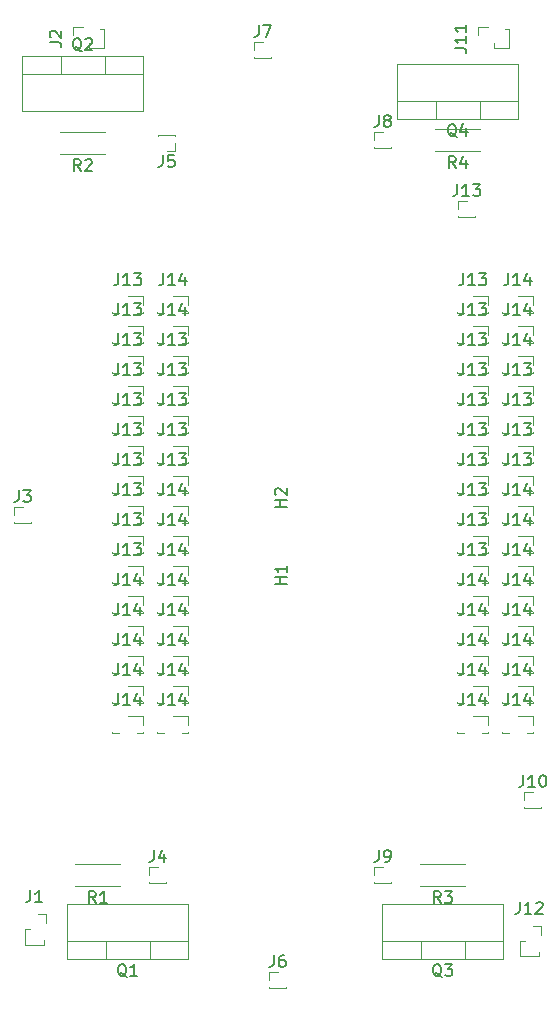
<source format=gbr>
%TF.GenerationSoftware,KiCad,Pcbnew,(5.1.10)-1*%
%TF.CreationDate,2021-10-03T01:52:34+02:00*%
%TF.ProjectId,no 1,6e6f2031-2e6b-4696-9361-645f70636258,rev?*%
%TF.SameCoordinates,Original*%
%TF.FileFunction,Legend,Top*%
%TF.FilePolarity,Positive*%
%FSLAX46Y46*%
G04 Gerber Fmt 4.6, Leading zero omitted, Abs format (unit mm)*
G04 Created by KiCad (PCBNEW (5.1.10)-1) date 2021-10-03 01:52:34*
%MOMM*%
%LPD*%
G01*
G04 APERTURE LIST*
%ADD10C,0.120000*%
%ADD11C,0.150000*%
G04 APERTURE END LIST*
D10*
%TO.C,R2*%
X198770000Y-75534000D02*
X194930000Y-75534000D01*
X198770000Y-77374000D02*
X194930000Y-77374000D01*
%TO.C,J5*%
X204657000Y-77139000D02*
X203962000Y-77139000D01*
X204657000Y-76454000D02*
X204657000Y-77139000D01*
X203353724Y-75769000D02*
X203267000Y-75769000D01*
X204657000Y-75769000D02*
X204570276Y-75769000D01*
X203267000Y-75769000D02*
X203267000Y-75894000D01*
X204657000Y-75769000D02*
X204657000Y-75894000D01*
X204657000Y-75769000D02*
X203267000Y-75769000D01*
%TO.C,J13*%
X228667000Y-81357000D02*
X229362000Y-81357000D01*
X228667000Y-82042000D02*
X228667000Y-81357000D01*
X229970276Y-82727000D02*
X230057000Y-82727000D01*
X228667000Y-82727000D02*
X228753724Y-82727000D01*
X230057000Y-82727000D02*
X230057000Y-82602000D01*
X228667000Y-82727000D02*
X228667000Y-82602000D01*
X228667000Y-82727000D02*
X230057000Y-82727000D01*
X200660000Y-94490000D02*
X201990000Y-94490000D01*
X201990000Y-94490000D02*
X201990000Y-95250000D01*
X201990000Y-95825000D02*
X201990000Y-95945000D01*
X199330000Y-95825000D02*
X199330000Y-95945000D01*
X201420000Y-95945000D02*
X201990000Y-95945000D01*
X199330000Y-95945000D02*
X199900000Y-95945000D01*
X204470000Y-94490000D02*
X205800000Y-94490000D01*
X205800000Y-94490000D02*
X205800000Y-95250000D01*
X205800000Y-95825000D02*
X205800000Y-95945000D01*
X203140000Y-95825000D02*
X203140000Y-95945000D01*
X205230000Y-95945000D02*
X205800000Y-95945000D01*
X203140000Y-95945000D02*
X203710000Y-95945000D01*
X200660000Y-97030000D02*
X201990000Y-97030000D01*
X201990000Y-97030000D02*
X201990000Y-97790000D01*
X201990000Y-98365000D02*
X201990000Y-98485000D01*
X199330000Y-98365000D02*
X199330000Y-98485000D01*
X201420000Y-98485000D02*
X201990000Y-98485000D01*
X199330000Y-98485000D02*
X199900000Y-98485000D01*
X204470000Y-97030000D02*
X205800000Y-97030000D01*
X205800000Y-97030000D02*
X205800000Y-97790000D01*
X205800000Y-98365000D02*
X205800000Y-98485000D01*
X203140000Y-98365000D02*
X203140000Y-98485000D01*
X205230000Y-98485000D02*
X205800000Y-98485000D01*
X203140000Y-98485000D02*
X203710000Y-98485000D01*
%TO.C,J14*%
X233680000Y-107190000D02*
X235010000Y-107190000D01*
X235010000Y-107190000D02*
X235010000Y-107950000D01*
X235010000Y-108525000D02*
X235010000Y-108645000D01*
X232350000Y-108525000D02*
X232350000Y-108645000D01*
X234440000Y-108645000D02*
X235010000Y-108645000D01*
X232350000Y-108645000D02*
X232920000Y-108645000D01*
X233680000Y-109730000D02*
X235010000Y-109730000D01*
X235010000Y-109730000D02*
X235010000Y-110490000D01*
X235010000Y-111065000D02*
X235010000Y-111185000D01*
X232350000Y-111065000D02*
X232350000Y-111185000D01*
X234440000Y-111185000D02*
X235010000Y-111185000D01*
X232350000Y-111185000D02*
X232920000Y-111185000D01*
X233680000Y-112270000D02*
X235010000Y-112270000D01*
X235010000Y-112270000D02*
X235010000Y-113030000D01*
X235010000Y-113605000D02*
X235010000Y-113725000D01*
X232350000Y-113605000D02*
X232350000Y-113725000D01*
X234440000Y-113725000D02*
X235010000Y-113725000D01*
X232350000Y-113725000D02*
X232920000Y-113725000D01*
X233680000Y-114810000D02*
X235010000Y-114810000D01*
X235010000Y-114810000D02*
X235010000Y-115570000D01*
X235010000Y-116145000D02*
X235010000Y-116265000D01*
X232350000Y-116145000D02*
X232350000Y-116265000D01*
X234440000Y-116265000D02*
X235010000Y-116265000D01*
X232350000Y-116265000D02*
X232920000Y-116265000D01*
X233680000Y-94490000D02*
X235010000Y-94490000D01*
X235010000Y-94490000D02*
X235010000Y-95250000D01*
X235010000Y-95825000D02*
X235010000Y-95945000D01*
X232350000Y-95825000D02*
X232350000Y-95945000D01*
X234440000Y-95945000D02*
X235010000Y-95945000D01*
X232350000Y-95945000D02*
X232920000Y-95945000D01*
X233680000Y-91950000D02*
X235010000Y-91950000D01*
X235010000Y-91950000D02*
X235010000Y-92710000D01*
X235010000Y-93285000D02*
X235010000Y-93405000D01*
X232350000Y-93285000D02*
X232350000Y-93405000D01*
X234440000Y-93405000D02*
X235010000Y-93405000D01*
X232350000Y-93405000D02*
X232920000Y-93405000D01*
X233680000Y-89410000D02*
X235010000Y-89410000D01*
X235010000Y-89410000D02*
X235010000Y-90170000D01*
X235010000Y-90745000D02*
X235010000Y-90865000D01*
X232350000Y-90745000D02*
X232350000Y-90865000D01*
X234440000Y-90865000D02*
X235010000Y-90865000D01*
X232350000Y-90865000D02*
X232920000Y-90865000D01*
X233680000Y-117350000D02*
X235010000Y-117350000D01*
X235010000Y-117350000D02*
X235010000Y-118110000D01*
X235010000Y-118685000D02*
X235010000Y-118805000D01*
X232350000Y-118685000D02*
X232350000Y-118805000D01*
X234440000Y-118805000D02*
X235010000Y-118805000D01*
X232350000Y-118805000D02*
X232920000Y-118805000D01*
X233680000Y-119890000D02*
X235010000Y-119890000D01*
X235010000Y-119890000D02*
X235010000Y-120650000D01*
X235010000Y-121225000D02*
X235010000Y-121345000D01*
X232350000Y-121225000D02*
X232350000Y-121345000D01*
X234440000Y-121345000D02*
X235010000Y-121345000D01*
X232350000Y-121345000D02*
X232920000Y-121345000D01*
X233680000Y-122430000D02*
X235010000Y-122430000D01*
X235010000Y-122430000D02*
X235010000Y-123190000D01*
X235010000Y-123765000D02*
X235010000Y-123885000D01*
X232350000Y-123765000D02*
X232350000Y-123885000D01*
X234440000Y-123885000D02*
X235010000Y-123885000D01*
X232350000Y-123885000D02*
X232920000Y-123885000D01*
X233680000Y-124970000D02*
X235010000Y-124970000D01*
X235010000Y-124970000D02*
X235010000Y-125730000D01*
X235010000Y-126305000D02*
X235010000Y-126425000D01*
X232350000Y-126305000D02*
X232350000Y-126425000D01*
X234440000Y-126425000D02*
X235010000Y-126425000D01*
X232350000Y-126425000D02*
X232920000Y-126425000D01*
X229870000Y-114810000D02*
X231200000Y-114810000D01*
X231200000Y-114810000D02*
X231200000Y-115570000D01*
X231200000Y-116145000D02*
X231200000Y-116265000D01*
X228540000Y-116145000D02*
X228540000Y-116265000D01*
X230630000Y-116265000D02*
X231200000Y-116265000D01*
X228540000Y-116265000D02*
X229110000Y-116265000D01*
X229870000Y-117350000D02*
X231200000Y-117350000D01*
X231200000Y-117350000D02*
X231200000Y-118110000D01*
X231200000Y-118685000D02*
X231200000Y-118805000D01*
X228540000Y-118685000D02*
X228540000Y-118805000D01*
X230630000Y-118805000D02*
X231200000Y-118805000D01*
X228540000Y-118805000D02*
X229110000Y-118805000D01*
X229870000Y-119890000D02*
X231200000Y-119890000D01*
X231200000Y-119890000D02*
X231200000Y-120650000D01*
X231200000Y-121225000D02*
X231200000Y-121345000D01*
X228540000Y-121225000D02*
X228540000Y-121345000D01*
X230630000Y-121345000D02*
X231200000Y-121345000D01*
X228540000Y-121345000D02*
X229110000Y-121345000D01*
X229870000Y-122430000D02*
X231200000Y-122430000D01*
X231200000Y-122430000D02*
X231200000Y-123190000D01*
X231200000Y-123765000D02*
X231200000Y-123885000D01*
X228540000Y-123765000D02*
X228540000Y-123885000D01*
X230630000Y-123885000D02*
X231200000Y-123885000D01*
X228540000Y-123885000D02*
X229110000Y-123885000D01*
X229870000Y-124970000D02*
X231200000Y-124970000D01*
X231200000Y-124970000D02*
X231200000Y-125730000D01*
X231200000Y-126305000D02*
X231200000Y-126425000D01*
X228540000Y-126305000D02*
X228540000Y-126425000D01*
X230630000Y-126425000D02*
X231200000Y-126425000D01*
X228540000Y-126425000D02*
X229110000Y-126425000D01*
X200660000Y-114810000D02*
X201990000Y-114810000D01*
X201990000Y-114810000D02*
X201990000Y-115570000D01*
X201990000Y-116145000D02*
X201990000Y-116265000D01*
X199330000Y-116145000D02*
X199330000Y-116265000D01*
X201420000Y-116265000D02*
X201990000Y-116265000D01*
X199330000Y-116265000D02*
X199900000Y-116265000D01*
X200660000Y-119890000D02*
X201990000Y-119890000D01*
X201990000Y-119890000D02*
X201990000Y-120650000D01*
X201990000Y-121225000D02*
X201990000Y-121345000D01*
X199330000Y-121225000D02*
X199330000Y-121345000D01*
X201420000Y-121345000D02*
X201990000Y-121345000D01*
X199330000Y-121345000D02*
X199900000Y-121345000D01*
X200660000Y-124970000D02*
X201990000Y-124970000D01*
X201990000Y-124970000D02*
X201990000Y-125730000D01*
X201990000Y-126305000D02*
X201990000Y-126425000D01*
X199330000Y-126305000D02*
X199330000Y-126425000D01*
X201420000Y-126425000D02*
X201990000Y-126425000D01*
X199330000Y-126425000D02*
X199900000Y-126425000D01*
X200660000Y-117350000D02*
X201990000Y-117350000D01*
X201990000Y-117350000D02*
X201990000Y-118110000D01*
X201990000Y-118685000D02*
X201990000Y-118805000D01*
X199330000Y-118685000D02*
X199330000Y-118805000D01*
X201420000Y-118805000D02*
X201990000Y-118805000D01*
X199330000Y-118805000D02*
X199900000Y-118805000D01*
X200660000Y-122430000D02*
X201990000Y-122430000D01*
X201990000Y-122430000D02*
X201990000Y-123190000D01*
X201990000Y-123765000D02*
X201990000Y-123885000D01*
X199330000Y-123765000D02*
X199330000Y-123885000D01*
X201420000Y-123885000D02*
X201990000Y-123885000D01*
X199330000Y-123885000D02*
X199900000Y-123885000D01*
X204470000Y-107190000D02*
X205800000Y-107190000D01*
X205800000Y-107190000D02*
X205800000Y-107950000D01*
X205800000Y-108525000D02*
X205800000Y-108645000D01*
X203140000Y-108525000D02*
X203140000Y-108645000D01*
X205230000Y-108645000D02*
X205800000Y-108645000D01*
X203140000Y-108645000D02*
X203710000Y-108645000D01*
X204470000Y-109730000D02*
X205800000Y-109730000D01*
X205800000Y-109730000D02*
X205800000Y-110490000D01*
X205800000Y-111065000D02*
X205800000Y-111185000D01*
X203140000Y-111065000D02*
X203140000Y-111185000D01*
X205230000Y-111185000D02*
X205800000Y-111185000D01*
X203140000Y-111185000D02*
X203710000Y-111185000D01*
X204470000Y-112270000D02*
X205800000Y-112270000D01*
X205800000Y-112270000D02*
X205800000Y-113030000D01*
X205800000Y-113605000D02*
X205800000Y-113725000D01*
X203140000Y-113605000D02*
X203140000Y-113725000D01*
X205230000Y-113725000D02*
X205800000Y-113725000D01*
X203140000Y-113725000D02*
X203710000Y-113725000D01*
X204470000Y-114810000D02*
X205800000Y-114810000D01*
X205800000Y-114810000D02*
X205800000Y-115570000D01*
X205800000Y-116145000D02*
X205800000Y-116265000D01*
X203140000Y-116145000D02*
X203140000Y-116265000D01*
X205230000Y-116265000D02*
X205800000Y-116265000D01*
X203140000Y-116265000D02*
X203710000Y-116265000D01*
X204470000Y-91950000D02*
X205800000Y-91950000D01*
X205800000Y-91950000D02*
X205800000Y-92710000D01*
X205800000Y-93285000D02*
X205800000Y-93405000D01*
X203140000Y-93285000D02*
X203140000Y-93405000D01*
X205230000Y-93405000D02*
X205800000Y-93405000D01*
X203140000Y-93405000D02*
X203710000Y-93405000D01*
X204470000Y-117350000D02*
X205800000Y-117350000D01*
X205800000Y-117350000D02*
X205800000Y-118110000D01*
X205800000Y-118685000D02*
X205800000Y-118805000D01*
X203140000Y-118685000D02*
X203140000Y-118805000D01*
X205230000Y-118805000D02*
X205800000Y-118805000D01*
X203140000Y-118805000D02*
X203710000Y-118805000D01*
X204470000Y-122430000D02*
X205800000Y-122430000D01*
X205800000Y-122430000D02*
X205800000Y-123190000D01*
X205800000Y-123765000D02*
X205800000Y-123885000D01*
X203140000Y-123765000D02*
X203140000Y-123885000D01*
X205230000Y-123885000D02*
X205800000Y-123885000D01*
X203140000Y-123885000D02*
X203710000Y-123885000D01*
X204470000Y-124970000D02*
X205800000Y-124970000D01*
X205800000Y-124970000D02*
X205800000Y-125730000D01*
X205800000Y-126305000D02*
X205800000Y-126425000D01*
X203140000Y-126305000D02*
X203140000Y-126425000D01*
X205230000Y-126425000D02*
X205800000Y-126425000D01*
X203140000Y-126425000D02*
X203710000Y-126425000D01*
X204470000Y-119890000D02*
X205800000Y-119890000D01*
X205800000Y-119890000D02*
X205800000Y-120650000D01*
X205800000Y-121225000D02*
X205800000Y-121345000D01*
X203140000Y-121225000D02*
X203140000Y-121345000D01*
X205230000Y-121345000D02*
X205800000Y-121345000D01*
X203140000Y-121345000D02*
X203710000Y-121345000D01*
X204470000Y-89410000D02*
X205800000Y-89410000D01*
X205800000Y-89410000D02*
X205800000Y-90170000D01*
X205800000Y-90745000D02*
X205800000Y-90865000D01*
X203140000Y-90745000D02*
X203140000Y-90865000D01*
X205230000Y-90865000D02*
X205800000Y-90865000D01*
X203140000Y-90865000D02*
X203710000Y-90865000D01*
%TO.C,J13*%
X229870000Y-99570000D02*
X231200000Y-99570000D01*
X231200000Y-99570000D02*
X231200000Y-100330000D01*
X231200000Y-100905000D02*
X231200000Y-101025000D01*
X228540000Y-100905000D02*
X228540000Y-101025000D01*
X230630000Y-101025000D02*
X231200000Y-101025000D01*
X228540000Y-101025000D02*
X229110000Y-101025000D01*
X229870000Y-102110000D02*
X231200000Y-102110000D01*
X231200000Y-102110000D02*
X231200000Y-102870000D01*
X231200000Y-103445000D02*
X231200000Y-103565000D01*
X228540000Y-103445000D02*
X228540000Y-103565000D01*
X230630000Y-103565000D02*
X231200000Y-103565000D01*
X228540000Y-103565000D02*
X229110000Y-103565000D01*
X229870000Y-104650000D02*
X231200000Y-104650000D01*
X231200000Y-104650000D02*
X231200000Y-105410000D01*
X231200000Y-105985000D02*
X231200000Y-106105000D01*
X228540000Y-105985000D02*
X228540000Y-106105000D01*
X230630000Y-106105000D02*
X231200000Y-106105000D01*
X228540000Y-106105000D02*
X229110000Y-106105000D01*
X229870000Y-94490000D02*
X231200000Y-94490000D01*
X231200000Y-94490000D02*
X231200000Y-95250000D01*
X231200000Y-95825000D02*
X231200000Y-95945000D01*
X228540000Y-95825000D02*
X228540000Y-95945000D01*
X230630000Y-95945000D02*
X231200000Y-95945000D01*
X228540000Y-95945000D02*
X229110000Y-95945000D01*
X229870000Y-91950000D02*
X231200000Y-91950000D01*
X231200000Y-91950000D02*
X231200000Y-92710000D01*
X231200000Y-93285000D02*
X231200000Y-93405000D01*
X228540000Y-93285000D02*
X228540000Y-93405000D01*
X230630000Y-93405000D02*
X231200000Y-93405000D01*
X228540000Y-93405000D02*
X229110000Y-93405000D01*
X229870000Y-89410000D02*
X231200000Y-89410000D01*
X231200000Y-89410000D02*
X231200000Y-90170000D01*
X231200000Y-90745000D02*
X231200000Y-90865000D01*
X228540000Y-90745000D02*
X228540000Y-90865000D01*
X230630000Y-90865000D02*
X231200000Y-90865000D01*
X228540000Y-90865000D02*
X229110000Y-90865000D01*
X229870000Y-107190000D02*
X231200000Y-107190000D01*
X231200000Y-107190000D02*
X231200000Y-107950000D01*
X231200000Y-108525000D02*
X231200000Y-108645000D01*
X228540000Y-108525000D02*
X228540000Y-108645000D01*
X230630000Y-108645000D02*
X231200000Y-108645000D01*
X228540000Y-108645000D02*
X229110000Y-108645000D01*
X229870000Y-109730000D02*
X231200000Y-109730000D01*
X231200000Y-109730000D02*
X231200000Y-110490000D01*
X231200000Y-111065000D02*
X231200000Y-111185000D01*
X228540000Y-111065000D02*
X228540000Y-111185000D01*
X230630000Y-111185000D02*
X231200000Y-111185000D01*
X228540000Y-111185000D02*
X229110000Y-111185000D01*
X229870000Y-112270000D02*
X231200000Y-112270000D01*
X231200000Y-112270000D02*
X231200000Y-113030000D01*
X231200000Y-113605000D02*
X231200000Y-113725000D01*
X228540000Y-113605000D02*
X228540000Y-113725000D01*
X230630000Y-113725000D02*
X231200000Y-113725000D01*
X228540000Y-113725000D02*
X229110000Y-113725000D01*
X200660000Y-99570000D02*
X201990000Y-99570000D01*
X201990000Y-99570000D02*
X201990000Y-100330000D01*
X201990000Y-100905000D02*
X201990000Y-101025000D01*
X199330000Y-100905000D02*
X199330000Y-101025000D01*
X201420000Y-101025000D02*
X201990000Y-101025000D01*
X199330000Y-101025000D02*
X199900000Y-101025000D01*
X200660000Y-104650000D02*
X201990000Y-104650000D01*
X201990000Y-104650000D02*
X201990000Y-105410000D01*
X201990000Y-105985000D02*
X201990000Y-106105000D01*
X199330000Y-105985000D02*
X199330000Y-106105000D01*
X201420000Y-106105000D02*
X201990000Y-106105000D01*
X199330000Y-106105000D02*
X199900000Y-106105000D01*
X200660000Y-102110000D02*
X201990000Y-102110000D01*
X201990000Y-102110000D02*
X201990000Y-102870000D01*
X201990000Y-103445000D02*
X201990000Y-103565000D01*
X199330000Y-103445000D02*
X199330000Y-103565000D01*
X201420000Y-103565000D02*
X201990000Y-103565000D01*
X199330000Y-103565000D02*
X199900000Y-103565000D01*
X200660000Y-89410000D02*
X201990000Y-89410000D01*
X201990000Y-89410000D02*
X201990000Y-90170000D01*
X201990000Y-90745000D02*
X201990000Y-90865000D01*
X199330000Y-90745000D02*
X199330000Y-90865000D01*
X201420000Y-90865000D02*
X201990000Y-90865000D01*
X199330000Y-90865000D02*
X199900000Y-90865000D01*
X200660000Y-91950000D02*
X201990000Y-91950000D01*
X201990000Y-91950000D02*
X201990000Y-92710000D01*
X201990000Y-93285000D02*
X201990000Y-93405000D01*
X199330000Y-93285000D02*
X199330000Y-93405000D01*
X201420000Y-93405000D02*
X201990000Y-93405000D01*
X199330000Y-93405000D02*
X199900000Y-93405000D01*
X200660000Y-109730000D02*
X201990000Y-109730000D01*
X201990000Y-109730000D02*
X201990000Y-110490000D01*
X201990000Y-111065000D02*
X201990000Y-111185000D01*
X199330000Y-111065000D02*
X199330000Y-111185000D01*
X201420000Y-111185000D02*
X201990000Y-111185000D01*
X199330000Y-111185000D02*
X199900000Y-111185000D01*
X200660000Y-112270000D02*
X201990000Y-112270000D01*
X201990000Y-112270000D02*
X201990000Y-113030000D01*
X201990000Y-113605000D02*
X201990000Y-113725000D01*
X199330000Y-113605000D02*
X199330000Y-113725000D01*
X201420000Y-113725000D02*
X201990000Y-113725000D01*
X199330000Y-113725000D02*
X199900000Y-113725000D01*
X200660000Y-107190000D02*
X201990000Y-107190000D01*
X201990000Y-107190000D02*
X201990000Y-107950000D01*
X201990000Y-108525000D02*
X201990000Y-108645000D01*
X199330000Y-108525000D02*
X199330000Y-108645000D01*
X201420000Y-108645000D02*
X201990000Y-108645000D01*
X199330000Y-108645000D02*
X199900000Y-108645000D01*
X229870000Y-97030000D02*
X231200000Y-97030000D01*
X231200000Y-97030000D02*
X231200000Y-97790000D01*
X231200000Y-98365000D02*
X231200000Y-98485000D01*
X228540000Y-98365000D02*
X228540000Y-98485000D01*
X230630000Y-98485000D02*
X231200000Y-98485000D01*
X228540000Y-98485000D02*
X229110000Y-98485000D01*
X233680000Y-97030000D02*
X235010000Y-97030000D01*
X235010000Y-97030000D02*
X235010000Y-97790000D01*
X235010000Y-98365000D02*
X235010000Y-98485000D01*
X232350000Y-98365000D02*
X232350000Y-98485000D01*
X234440000Y-98485000D02*
X235010000Y-98485000D01*
X232350000Y-98485000D02*
X232920000Y-98485000D01*
X233680000Y-99570000D02*
X235010000Y-99570000D01*
X235010000Y-99570000D02*
X235010000Y-100330000D01*
X235010000Y-100905000D02*
X235010000Y-101025000D01*
X232350000Y-100905000D02*
X232350000Y-101025000D01*
X234440000Y-101025000D02*
X235010000Y-101025000D01*
X232350000Y-101025000D02*
X232920000Y-101025000D01*
X233680000Y-102110000D02*
X235010000Y-102110000D01*
X235010000Y-102110000D02*
X235010000Y-102870000D01*
X235010000Y-103445000D02*
X235010000Y-103565000D01*
X232350000Y-103445000D02*
X232350000Y-103565000D01*
X234440000Y-103565000D02*
X235010000Y-103565000D01*
X232350000Y-103565000D02*
X232920000Y-103565000D01*
X233680000Y-104650000D02*
X235010000Y-104650000D01*
X235010000Y-104650000D02*
X235010000Y-105410000D01*
X235010000Y-105985000D02*
X235010000Y-106105000D01*
X232350000Y-105985000D02*
X232350000Y-106105000D01*
X234440000Y-106105000D02*
X235010000Y-106105000D01*
X232350000Y-106105000D02*
X232920000Y-106105000D01*
X204470000Y-99570000D02*
X205800000Y-99570000D01*
X205800000Y-99570000D02*
X205800000Y-100330000D01*
X205800000Y-100905000D02*
X205800000Y-101025000D01*
X203140000Y-100905000D02*
X203140000Y-101025000D01*
X205230000Y-101025000D02*
X205800000Y-101025000D01*
X203140000Y-101025000D02*
X203710000Y-101025000D01*
X204470000Y-102110000D02*
X205800000Y-102110000D01*
X205800000Y-102110000D02*
X205800000Y-102870000D01*
X205800000Y-103445000D02*
X205800000Y-103565000D01*
X203140000Y-103445000D02*
X203140000Y-103565000D01*
X205230000Y-103565000D02*
X205800000Y-103565000D01*
X203140000Y-103565000D02*
X203710000Y-103565000D01*
X204470000Y-104650000D02*
X205800000Y-104650000D01*
X205800000Y-104650000D02*
X205800000Y-105410000D01*
X205800000Y-105985000D02*
X205800000Y-106105000D01*
X203140000Y-105985000D02*
X203140000Y-106105000D01*
X205230000Y-106105000D02*
X205800000Y-106105000D01*
X203140000Y-106105000D02*
X203710000Y-106105000D01*
%TO.C,Q4*%
X233720000Y-74390000D02*
X223480000Y-74390000D01*
X233720000Y-69749000D02*
X223480000Y-69749000D01*
X233720000Y-74390000D02*
X233720000Y-69749000D01*
X223480000Y-74390000D02*
X223480000Y-69749000D01*
X233720000Y-72880000D02*
X223480000Y-72880000D01*
X230450000Y-74390000D02*
X230450000Y-72880000D01*
X226749000Y-74390000D02*
X226749000Y-72880000D01*
%TO.C,J1*%
X193040000Y-141700000D02*
X193725000Y-141700000D01*
X193725000Y-141700000D02*
X193725000Y-142510000D01*
X193560000Y-143955898D02*
X193560000Y-144320000D01*
X191940000Y-144320000D02*
X193560000Y-144320000D01*
X191940000Y-143010000D02*
X191940000Y-144320000D01*
X191940000Y-143010000D02*
X192355000Y-143010000D01*
%TO.C,J2*%
X197350000Y-68410000D02*
X197350000Y-67995000D01*
X197350000Y-68410000D02*
X198660000Y-68410000D01*
X198660000Y-68410000D02*
X198660000Y-66790000D01*
X198295898Y-66790000D02*
X198660000Y-66790000D01*
X196040000Y-66625000D02*
X196850000Y-66625000D01*
X196040000Y-67310000D02*
X196040000Y-66625000D01*
%TO.C,J3*%
X191075000Y-107265000D02*
X191770000Y-107265000D01*
X191075000Y-107950000D02*
X191075000Y-107265000D01*
X192378276Y-108635000D02*
X192465000Y-108635000D01*
X191075000Y-108635000D02*
X191161724Y-108635000D01*
X192465000Y-108635000D02*
X192465000Y-108510000D01*
X191075000Y-108635000D02*
X191075000Y-108510000D01*
X191075000Y-108635000D02*
X192465000Y-108635000D01*
%TO.C,J4*%
X202505000Y-137745000D02*
X203200000Y-137745000D01*
X202505000Y-138430000D02*
X202505000Y-137745000D01*
X203808276Y-139115000D02*
X203895000Y-139115000D01*
X202505000Y-139115000D02*
X202591724Y-139115000D01*
X203895000Y-139115000D02*
X203895000Y-138990000D01*
X202505000Y-139115000D02*
X202505000Y-138990000D01*
X202505000Y-139115000D02*
X203895000Y-139115000D01*
%TO.C,J6*%
X212665000Y-148005000D02*
X214055000Y-148005000D01*
X212665000Y-148005000D02*
X212665000Y-147880000D01*
X214055000Y-148005000D02*
X214055000Y-147880000D01*
X212665000Y-148005000D02*
X212751724Y-148005000D01*
X213968276Y-148005000D02*
X214055000Y-148005000D01*
X212665000Y-147320000D02*
X212665000Y-146635000D01*
X212665000Y-146635000D02*
X213360000Y-146635000D01*
%TO.C,J7*%
X211395000Y-67895000D02*
X212090000Y-67895000D01*
X211395000Y-68580000D02*
X211395000Y-67895000D01*
X212698276Y-69265000D02*
X212785000Y-69265000D01*
X211395000Y-69265000D02*
X211481724Y-69265000D01*
X212785000Y-69265000D02*
X212785000Y-69140000D01*
X211395000Y-69265000D02*
X211395000Y-69140000D01*
X211395000Y-69265000D02*
X212785000Y-69265000D01*
%TO.C,J8*%
X221555000Y-75515000D02*
X222250000Y-75515000D01*
X221555000Y-76200000D02*
X221555000Y-75515000D01*
X222858276Y-76885000D02*
X222945000Y-76885000D01*
X221555000Y-76885000D02*
X221641724Y-76885000D01*
X222945000Y-76885000D02*
X222945000Y-76760000D01*
X221555000Y-76885000D02*
X221555000Y-76760000D01*
X221555000Y-76885000D02*
X222945000Y-76885000D01*
%TO.C,J9*%
X221555000Y-139115000D02*
X222945000Y-139115000D01*
X221555000Y-139115000D02*
X221555000Y-138990000D01*
X222945000Y-139115000D02*
X222945000Y-138990000D01*
X221555000Y-139115000D02*
X221641724Y-139115000D01*
X222858276Y-139115000D02*
X222945000Y-139115000D01*
X221555000Y-138430000D02*
X221555000Y-137745000D01*
X221555000Y-137745000D02*
X222250000Y-137745000D01*
%TO.C,J10*%
X234255000Y-132765000D02*
X235645000Y-132765000D01*
X234255000Y-132765000D02*
X234255000Y-132640000D01*
X235645000Y-132765000D02*
X235645000Y-132640000D01*
X234255000Y-132765000D02*
X234341724Y-132765000D01*
X235558276Y-132765000D02*
X235645000Y-132765000D01*
X234255000Y-132080000D02*
X234255000Y-131395000D01*
X234255000Y-131395000D02*
X234950000Y-131395000D01*
%TO.C,J11*%
X230330000Y-67310000D02*
X230330000Y-66625000D01*
X230330000Y-66625000D02*
X231140000Y-66625000D01*
X232585898Y-66790000D02*
X232950000Y-66790000D01*
X232950000Y-68410000D02*
X232950000Y-66790000D01*
X231640000Y-68410000D02*
X232950000Y-68410000D01*
X231640000Y-68410000D02*
X231640000Y-67995000D01*
%TO.C,J12*%
X233850000Y-144010000D02*
X234265000Y-144010000D01*
X233850000Y-144010000D02*
X233850000Y-145320000D01*
X233850000Y-145320000D02*
X235470000Y-145320000D01*
X235470000Y-144955898D02*
X235470000Y-145320000D01*
X235635000Y-142700000D02*
X235635000Y-143510000D01*
X234950000Y-142700000D02*
X235635000Y-142700000D01*
%TO.C,Q1*%
X205780000Y-145510000D02*
X195540000Y-145510000D01*
X205780000Y-140869000D02*
X195540000Y-140869000D01*
X205780000Y-145510000D02*
X205780000Y-140869000D01*
X195540000Y-145510000D02*
X195540000Y-140869000D01*
X205780000Y-144000000D02*
X195540000Y-144000000D01*
X202510000Y-145510000D02*
X202510000Y-144000000D01*
X198809000Y-145510000D02*
X198809000Y-144000000D01*
%TO.C,Q2*%
X198701000Y-69120000D02*
X198701000Y-70630000D01*
X195000000Y-69120000D02*
X195000000Y-70630000D01*
X191730000Y-70630000D02*
X201970000Y-70630000D01*
X201970000Y-69120000D02*
X201970000Y-73761000D01*
X191730000Y-69120000D02*
X191730000Y-73761000D01*
X191730000Y-73761000D02*
X201970000Y-73761000D01*
X191730000Y-69120000D02*
X201970000Y-69120000D01*
%TO.C,Q3*%
X232450000Y-145510000D02*
X222210000Y-145510000D01*
X232450000Y-140869000D02*
X222210000Y-140869000D01*
X232450000Y-145510000D02*
X232450000Y-140869000D01*
X222210000Y-145510000D02*
X222210000Y-140869000D01*
X232450000Y-144000000D02*
X222210000Y-144000000D01*
X229180000Y-145510000D02*
X229180000Y-144000000D01*
X225479000Y-145510000D02*
X225479000Y-144000000D01*
%TO.C,R1*%
X200040000Y-137510000D02*
X196200000Y-137510000D01*
X200040000Y-139350000D02*
X196200000Y-139350000D01*
%TO.C,R3*%
X229250000Y-139350000D02*
X225410000Y-139350000D01*
X229250000Y-137510000D02*
X225410000Y-137510000D01*
%TO.C,R4*%
X230520000Y-75280000D02*
X226680000Y-75280000D01*
X230520000Y-77120000D02*
X226680000Y-77120000D01*
%TO.C,R2*%
D11*
X196683333Y-78826380D02*
X196350000Y-78350190D01*
X196111904Y-78826380D02*
X196111904Y-77826380D01*
X196492857Y-77826380D01*
X196588095Y-77874000D01*
X196635714Y-77921619D01*
X196683333Y-78016857D01*
X196683333Y-78159714D01*
X196635714Y-78254952D01*
X196588095Y-78302571D01*
X196492857Y-78350190D01*
X196111904Y-78350190D01*
X197064285Y-77921619D02*
X197111904Y-77874000D01*
X197207142Y-77826380D01*
X197445238Y-77826380D01*
X197540476Y-77874000D01*
X197588095Y-77921619D01*
X197635714Y-78016857D01*
X197635714Y-78112095D01*
X197588095Y-78254952D01*
X197016666Y-78826380D01*
X197635714Y-78826380D01*
%TO.C,J5*%
X203628666Y-77466380D02*
X203628666Y-78180666D01*
X203581047Y-78323523D01*
X203485809Y-78418761D01*
X203342952Y-78466380D01*
X203247714Y-78466380D01*
X204581047Y-77466380D02*
X204104857Y-77466380D01*
X204057238Y-77942571D01*
X204104857Y-77894952D01*
X204200095Y-77847333D01*
X204438190Y-77847333D01*
X204533428Y-77894952D01*
X204581047Y-77942571D01*
X204628666Y-78037809D01*
X204628666Y-78275904D01*
X204581047Y-78371142D01*
X204533428Y-78418761D01*
X204438190Y-78466380D01*
X204200095Y-78466380D01*
X204104857Y-78418761D01*
X204057238Y-78371142D01*
%TO.C,J13*%
X228552476Y-79934380D02*
X228552476Y-80648666D01*
X228504857Y-80791523D01*
X228409619Y-80886761D01*
X228266761Y-80934380D01*
X228171523Y-80934380D01*
X229552476Y-80934380D02*
X228981047Y-80934380D01*
X229266761Y-80934380D02*
X229266761Y-79934380D01*
X229171523Y-80077238D01*
X229076285Y-80172476D01*
X228981047Y-80220095D01*
X229885809Y-79934380D02*
X230504857Y-79934380D01*
X230171523Y-80315333D01*
X230314380Y-80315333D01*
X230409619Y-80362952D01*
X230457238Y-80410571D01*
X230504857Y-80505809D01*
X230504857Y-80743904D01*
X230457238Y-80839142D01*
X230409619Y-80886761D01*
X230314380Y-80934380D01*
X230028666Y-80934380D01*
X229933428Y-80886761D01*
X229885809Y-80839142D01*
%TO.C,H2*%
X214122380Y-107241904D02*
X213122380Y-107241904D01*
X213598571Y-107241904D02*
X213598571Y-106670476D01*
X214122380Y-106670476D02*
X213122380Y-106670476D01*
X213217619Y-106241904D02*
X213170000Y-106194285D01*
X213122380Y-106099047D01*
X213122380Y-105860952D01*
X213170000Y-105765714D01*
X213217619Y-105718095D01*
X213312857Y-105670476D01*
X213408095Y-105670476D01*
X213550952Y-105718095D01*
X214122380Y-106289523D01*
X214122380Y-105670476D01*
%TO.C,H1*%
X214122380Y-113791904D02*
X213122380Y-113791904D01*
X213598571Y-113791904D02*
X213598571Y-113220476D01*
X214122380Y-113220476D02*
X213122380Y-113220476D01*
X214122380Y-112220476D02*
X214122380Y-112791904D01*
X214122380Y-112506190D02*
X213122380Y-112506190D01*
X213265238Y-112601428D01*
X213360476Y-112696666D01*
X213408095Y-112791904D01*
%TO.C,J13*%
X199850476Y-92567380D02*
X199850476Y-93281666D01*
X199802857Y-93424523D01*
X199707619Y-93519761D01*
X199564761Y-93567380D01*
X199469523Y-93567380D01*
X200850476Y-93567380D02*
X200279047Y-93567380D01*
X200564761Y-93567380D02*
X200564761Y-92567380D01*
X200469523Y-92710238D01*
X200374285Y-92805476D01*
X200279047Y-92853095D01*
X201183809Y-92567380D02*
X201802857Y-92567380D01*
X201469523Y-92948333D01*
X201612380Y-92948333D01*
X201707619Y-92995952D01*
X201755238Y-93043571D01*
X201802857Y-93138809D01*
X201802857Y-93376904D01*
X201755238Y-93472142D01*
X201707619Y-93519761D01*
X201612380Y-93567380D01*
X201326666Y-93567380D01*
X201231428Y-93519761D01*
X201183809Y-93472142D01*
X203660476Y-92567380D02*
X203660476Y-93281666D01*
X203612857Y-93424523D01*
X203517619Y-93519761D01*
X203374761Y-93567380D01*
X203279523Y-93567380D01*
X204660476Y-93567380D02*
X204089047Y-93567380D01*
X204374761Y-93567380D02*
X204374761Y-92567380D01*
X204279523Y-92710238D01*
X204184285Y-92805476D01*
X204089047Y-92853095D01*
X204993809Y-92567380D02*
X205612857Y-92567380D01*
X205279523Y-92948333D01*
X205422380Y-92948333D01*
X205517619Y-92995952D01*
X205565238Y-93043571D01*
X205612857Y-93138809D01*
X205612857Y-93376904D01*
X205565238Y-93472142D01*
X205517619Y-93519761D01*
X205422380Y-93567380D01*
X205136666Y-93567380D01*
X205041428Y-93519761D01*
X204993809Y-93472142D01*
X199850476Y-95107380D02*
X199850476Y-95821666D01*
X199802857Y-95964523D01*
X199707619Y-96059761D01*
X199564761Y-96107380D01*
X199469523Y-96107380D01*
X200850476Y-96107380D02*
X200279047Y-96107380D01*
X200564761Y-96107380D02*
X200564761Y-95107380D01*
X200469523Y-95250238D01*
X200374285Y-95345476D01*
X200279047Y-95393095D01*
X201183809Y-95107380D02*
X201802857Y-95107380D01*
X201469523Y-95488333D01*
X201612380Y-95488333D01*
X201707619Y-95535952D01*
X201755238Y-95583571D01*
X201802857Y-95678809D01*
X201802857Y-95916904D01*
X201755238Y-96012142D01*
X201707619Y-96059761D01*
X201612380Y-96107380D01*
X201326666Y-96107380D01*
X201231428Y-96059761D01*
X201183809Y-96012142D01*
X203660476Y-95107380D02*
X203660476Y-95821666D01*
X203612857Y-95964523D01*
X203517619Y-96059761D01*
X203374761Y-96107380D01*
X203279523Y-96107380D01*
X204660476Y-96107380D02*
X204089047Y-96107380D01*
X204374761Y-96107380D02*
X204374761Y-95107380D01*
X204279523Y-95250238D01*
X204184285Y-95345476D01*
X204089047Y-95393095D01*
X204993809Y-95107380D02*
X205612857Y-95107380D01*
X205279523Y-95488333D01*
X205422380Y-95488333D01*
X205517619Y-95535952D01*
X205565238Y-95583571D01*
X205612857Y-95678809D01*
X205612857Y-95916904D01*
X205565238Y-96012142D01*
X205517619Y-96059761D01*
X205422380Y-96107380D01*
X205136666Y-96107380D01*
X205041428Y-96059761D01*
X204993809Y-96012142D01*
%TO.C,J14*%
X232870476Y-105267380D02*
X232870476Y-105981666D01*
X232822857Y-106124523D01*
X232727619Y-106219761D01*
X232584761Y-106267380D01*
X232489523Y-106267380D01*
X233870476Y-106267380D02*
X233299047Y-106267380D01*
X233584761Y-106267380D02*
X233584761Y-105267380D01*
X233489523Y-105410238D01*
X233394285Y-105505476D01*
X233299047Y-105553095D01*
X234727619Y-105600714D02*
X234727619Y-106267380D01*
X234489523Y-105219761D02*
X234251428Y-105934047D01*
X234870476Y-105934047D01*
X232870476Y-107807380D02*
X232870476Y-108521666D01*
X232822857Y-108664523D01*
X232727619Y-108759761D01*
X232584761Y-108807380D01*
X232489523Y-108807380D01*
X233870476Y-108807380D02*
X233299047Y-108807380D01*
X233584761Y-108807380D02*
X233584761Y-107807380D01*
X233489523Y-107950238D01*
X233394285Y-108045476D01*
X233299047Y-108093095D01*
X234727619Y-108140714D02*
X234727619Y-108807380D01*
X234489523Y-107759761D02*
X234251428Y-108474047D01*
X234870476Y-108474047D01*
X232870476Y-110347380D02*
X232870476Y-111061666D01*
X232822857Y-111204523D01*
X232727619Y-111299761D01*
X232584761Y-111347380D01*
X232489523Y-111347380D01*
X233870476Y-111347380D02*
X233299047Y-111347380D01*
X233584761Y-111347380D02*
X233584761Y-110347380D01*
X233489523Y-110490238D01*
X233394285Y-110585476D01*
X233299047Y-110633095D01*
X234727619Y-110680714D02*
X234727619Y-111347380D01*
X234489523Y-110299761D02*
X234251428Y-111014047D01*
X234870476Y-111014047D01*
X232870476Y-112887380D02*
X232870476Y-113601666D01*
X232822857Y-113744523D01*
X232727619Y-113839761D01*
X232584761Y-113887380D01*
X232489523Y-113887380D01*
X233870476Y-113887380D02*
X233299047Y-113887380D01*
X233584761Y-113887380D02*
X233584761Y-112887380D01*
X233489523Y-113030238D01*
X233394285Y-113125476D01*
X233299047Y-113173095D01*
X234727619Y-113220714D02*
X234727619Y-113887380D01*
X234489523Y-112839761D02*
X234251428Y-113554047D01*
X234870476Y-113554047D01*
X232870476Y-92567380D02*
X232870476Y-93281666D01*
X232822857Y-93424523D01*
X232727619Y-93519761D01*
X232584761Y-93567380D01*
X232489523Y-93567380D01*
X233870476Y-93567380D02*
X233299047Y-93567380D01*
X233584761Y-93567380D02*
X233584761Y-92567380D01*
X233489523Y-92710238D01*
X233394285Y-92805476D01*
X233299047Y-92853095D01*
X234727619Y-92900714D02*
X234727619Y-93567380D01*
X234489523Y-92519761D02*
X234251428Y-93234047D01*
X234870476Y-93234047D01*
X232870476Y-90027380D02*
X232870476Y-90741666D01*
X232822857Y-90884523D01*
X232727619Y-90979761D01*
X232584761Y-91027380D01*
X232489523Y-91027380D01*
X233870476Y-91027380D02*
X233299047Y-91027380D01*
X233584761Y-91027380D02*
X233584761Y-90027380D01*
X233489523Y-90170238D01*
X233394285Y-90265476D01*
X233299047Y-90313095D01*
X234727619Y-90360714D02*
X234727619Y-91027380D01*
X234489523Y-89979761D02*
X234251428Y-90694047D01*
X234870476Y-90694047D01*
X232870476Y-87487380D02*
X232870476Y-88201666D01*
X232822857Y-88344523D01*
X232727619Y-88439761D01*
X232584761Y-88487380D01*
X232489523Y-88487380D01*
X233870476Y-88487380D02*
X233299047Y-88487380D01*
X233584761Y-88487380D02*
X233584761Y-87487380D01*
X233489523Y-87630238D01*
X233394285Y-87725476D01*
X233299047Y-87773095D01*
X234727619Y-87820714D02*
X234727619Y-88487380D01*
X234489523Y-87439761D02*
X234251428Y-88154047D01*
X234870476Y-88154047D01*
X232870476Y-115427380D02*
X232870476Y-116141666D01*
X232822857Y-116284523D01*
X232727619Y-116379761D01*
X232584761Y-116427380D01*
X232489523Y-116427380D01*
X233870476Y-116427380D02*
X233299047Y-116427380D01*
X233584761Y-116427380D02*
X233584761Y-115427380D01*
X233489523Y-115570238D01*
X233394285Y-115665476D01*
X233299047Y-115713095D01*
X234727619Y-115760714D02*
X234727619Y-116427380D01*
X234489523Y-115379761D02*
X234251428Y-116094047D01*
X234870476Y-116094047D01*
X232870476Y-117967380D02*
X232870476Y-118681666D01*
X232822857Y-118824523D01*
X232727619Y-118919761D01*
X232584761Y-118967380D01*
X232489523Y-118967380D01*
X233870476Y-118967380D02*
X233299047Y-118967380D01*
X233584761Y-118967380D02*
X233584761Y-117967380D01*
X233489523Y-118110238D01*
X233394285Y-118205476D01*
X233299047Y-118253095D01*
X234727619Y-118300714D02*
X234727619Y-118967380D01*
X234489523Y-117919761D02*
X234251428Y-118634047D01*
X234870476Y-118634047D01*
X232870476Y-120507380D02*
X232870476Y-121221666D01*
X232822857Y-121364523D01*
X232727619Y-121459761D01*
X232584761Y-121507380D01*
X232489523Y-121507380D01*
X233870476Y-121507380D02*
X233299047Y-121507380D01*
X233584761Y-121507380D02*
X233584761Y-120507380D01*
X233489523Y-120650238D01*
X233394285Y-120745476D01*
X233299047Y-120793095D01*
X234727619Y-120840714D02*
X234727619Y-121507380D01*
X234489523Y-120459761D02*
X234251428Y-121174047D01*
X234870476Y-121174047D01*
X232870476Y-123047380D02*
X232870476Y-123761666D01*
X232822857Y-123904523D01*
X232727619Y-123999761D01*
X232584761Y-124047380D01*
X232489523Y-124047380D01*
X233870476Y-124047380D02*
X233299047Y-124047380D01*
X233584761Y-124047380D02*
X233584761Y-123047380D01*
X233489523Y-123190238D01*
X233394285Y-123285476D01*
X233299047Y-123333095D01*
X234727619Y-123380714D02*
X234727619Y-124047380D01*
X234489523Y-122999761D02*
X234251428Y-123714047D01*
X234870476Y-123714047D01*
X229060476Y-112887380D02*
X229060476Y-113601666D01*
X229012857Y-113744523D01*
X228917619Y-113839761D01*
X228774761Y-113887380D01*
X228679523Y-113887380D01*
X230060476Y-113887380D02*
X229489047Y-113887380D01*
X229774761Y-113887380D02*
X229774761Y-112887380D01*
X229679523Y-113030238D01*
X229584285Y-113125476D01*
X229489047Y-113173095D01*
X230917619Y-113220714D02*
X230917619Y-113887380D01*
X230679523Y-112839761D02*
X230441428Y-113554047D01*
X231060476Y-113554047D01*
X229060476Y-115427380D02*
X229060476Y-116141666D01*
X229012857Y-116284523D01*
X228917619Y-116379761D01*
X228774761Y-116427380D01*
X228679523Y-116427380D01*
X230060476Y-116427380D02*
X229489047Y-116427380D01*
X229774761Y-116427380D02*
X229774761Y-115427380D01*
X229679523Y-115570238D01*
X229584285Y-115665476D01*
X229489047Y-115713095D01*
X230917619Y-115760714D02*
X230917619Y-116427380D01*
X230679523Y-115379761D02*
X230441428Y-116094047D01*
X231060476Y-116094047D01*
X229060476Y-117967380D02*
X229060476Y-118681666D01*
X229012857Y-118824523D01*
X228917619Y-118919761D01*
X228774761Y-118967380D01*
X228679523Y-118967380D01*
X230060476Y-118967380D02*
X229489047Y-118967380D01*
X229774761Y-118967380D02*
X229774761Y-117967380D01*
X229679523Y-118110238D01*
X229584285Y-118205476D01*
X229489047Y-118253095D01*
X230917619Y-118300714D02*
X230917619Y-118967380D01*
X230679523Y-117919761D02*
X230441428Y-118634047D01*
X231060476Y-118634047D01*
X229060476Y-120507380D02*
X229060476Y-121221666D01*
X229012857Y-121364523D01*
X228917619Y-121459761D01*
X228774761Y-121507380D01*
X228679523Y-121507380D01*
X230060476Y-121507380D02*
X229489047Y-121507380D01*
X229774761Y-121507380D02*
X229774761Y-120507380D01*
X229679523Y-120650238D01*
X229584285Y-120745476D01*
X229489047Y-120793095D01*
X230917619Y-120840714D02*
X230917619Y-121507380D01*
X230679523Y-120459761D02*
X230441428Y-121174047D01*
X231060476Y-121174047D01*
X229060476Y-123047380D02*
X229060476Y-123761666D01*
X229012857Y-123904523D01*
X228917619Y-123999761D01*
X228774761Y-124047380D01*
X228679523Y-124047380D01*
X230060476Y-124047380D02*
X229489047Y-124047380D01*
X229774761Y-124047380D02*
X229774761Y-123047380D01*
X229679523Y-123190238D01*
X229584285Y-123285476D01*
X229489047Y-123333095D01*
X230917619Y-123380714D02*
X230917619Y-124047380D01*
X230679523Y-122999761D02*
X230441428Y-123714047D01*
X231060476Y-123714047D01*
X199850476Y-112887380D02*
X199850476Y-113601666D01*
X199802857Y-113744523D01*
X199707619Y-113839761D01*
X199564761Y-113887380D01*
X199469523Y-113887380D01*
X200850476Y-113887380D02*
X200279047Y-113887380D01*
X200564761Y-113887380D02*
X200564761Y-112887380D01*
X200469523Y-113030238D01*
X200374285Y-113125476D01*
X200279047Y-113173095D01*
X201707619Y-113220714D02*
X201707619Y-113887380D01*
X201469523Y-112839761D02*
X201231428Y-113554047D01*
X201850476Y-113554047D01*
X199850476Y-117967380D02*
X199850476Y-118681666D01*
X199802857Y-118824523D01*
X199707619Y-118919761D01*
X199564761Y-118967380D01*
X199469523Y-118967380D01*
X200850476Y-118967380D02*
X200279047Y-118967380D01*
X200564761Y-118967380D02*
X200564761Y-117967380D01*
X200469523Y-118110238D01*
X200374285Y-118205476D01*
X200279047Y-118253095D01*
X201707619Y-118300714D02*
X201707619Y-118967380D01*
X201469523Y-117919761D02*
X201231428Y-118634047D01*
X201850476Y-118634047D01*
X199850476Y-123047380D02*
X199850476Y-123761666D01*
X199802857Y-123904523D01*
X199707619Y-123999761D01*
X199564761Y-124047380D01*
X199469523Y-124047380D01*
X200850476Y-124047380D02*
X200279047Y-124047380D01*
X200564761Y-124047380D02*
X200564761Y-123047380D01*
X200469523Y-123190238D01*
X200374285Y-123285476D01*
X200279047Y-123333095D01*
X201707619Y-123380714D02*
X201707619Y-124047380D01*
X201469523Y-122999761D02*
X201231428Y-123714047D01*
X201850476Y-123714047D01*
X199850476Y-115427380D02*
X199850476Y-116141666D01*
X199802857Y-116284523D01*
X199707619Y-116379761D01*
X199564761Y-116427380D01*
X199469523Y-116427380D01*
X200850476Y-116427380D02*
X200279047Y-116427380D01*
X200564761Y-116427380D02*
X200564761Y-115427380D01*
X200469523Y-115570238D01*
X200374285Y-115665476D01*
X200279047Y-115713095D01*
X201707619Y-115760714D02*
X201707619Y-116427380D01*
X201469523Y-115379761D02*
X201231428Y-116094047D01*
X201850476Y-116094047D01*
X199850476Y-120507380D02*
X199850476Y-121221666D01*
X199802857Y-121364523D01*
X199707619Y-121459761D01*
X199564761Y-121507380D01*
X199469523Y-121507380D01*
X200850476Y-121507380D02*
X200279047Y-121507380D01*
X200564761Y-121507380D02*
X200564761Y-120507380D01*
X200469523Y-120650238D01*
X200374285Y-120745476D01*
X200279047Y-120793095D01*
X201707619Y-120840714D02*
X201707619Y-121507380D01*
X201469523Y-120459761D02*
X201231428Y-121174047D01*
X201850476Y-121174047D01*
X203660476Y-105267380D02*
X203660476Y-105981666D01*
X203612857Y-106124523D01*
X203517619Y-106219761D01*
X203374761Y-106267380D01*
X203279523Y-106267380D01*
X204660476Y-106267380D02*
X204089047Y-106267380D01*
X204374761Y-106267380D02*
X204374761Y-105267380D01*
X204279523Y-105410238D01*
X204184285Y-105505476D01*
X204089047Y-105553095D01*
X205517619Y-105600714D02*
X205517619Y-106267380D01*
X205279523Y-105219761D02*
X205041428Y-105934047D01*
X205660476Y-105934047D01*
X203660476Y-107807380D02*
X203660476Y-108521666D01*
X203612857Y-108664523D01*
X203517619Y-108759761D01*
X203374761Y-108807380D01*
X203279523Y-108807380D01*
X204660476Y-108807380D02*
X204089047Y-108807380D01*
X204374761Y-108807380D02*
X204374761Y-107807380D01*
X204279523Y-107950238D01*
X204184285Y-108045476D01*
X204089047Y-108093095D01*
X205517619Y-108140714D02*
X205517619Y-108807380D01*
X205279523Y-107759761D02*
X205041428Y-108474047D01*
X205660476Y-108474047D01*
X203660476Y-110347380D02*
X203660476Y-111061666D01*
X203612857Y-111204523D01*
X203517619Y-111299761D01*
X203374761Y-111347380D01*
X203279523Y-111347380D01*
X204660476Y-111347380D02*
X204089047Y-111347380D01*
X204374761Y-111347380D02*
X204374761Y-110347380D01*
X204279523Y-110490238D01*
X204184285Y-110585476D01*
X204089047Y-110633095D01*
X205517619Y-110680714D02*
X205517619Y-111347380D01*
X205279523Y-110299761D02*
X205041428Y-111014047D01*
X205660476Y-111014047D01*
X203660476Y-112887380D02*
X203660476Y-113601666D01*
X203612857Y-113744523D01*
X203517619Y-113839761D01*
X203374761Y-113887380D01*
X203279523Y-113887380D01*
X204660476Y-113887380D02*
X204089047Y-113887380D01*
X204374761Y-113887380D02*
X204374761Y-112887380D01*
X204279523Y-113030238D01*
X204184285Y-113125476D01*
X204089047Y-113173095D01*
X205517619Y-113220714D02*
X205517619Y-113887380D01*
X205279523Y-112839761D02*
X205041428Y-113554047D01*
X205660476Y-113554047D01*
X203660476Y-90027380D02*
X203660476Y-90741666D01*
X203612857Y-90884523D01*
X203517619Y-90979761D01*
X203374761Y-91027380D01*
X203279523Y-91027380D01*
X204660476Y-91027380D02*
X204089047Y-91027380D01*
X204374761Y-91027380D02*
X204374761Y-90027380D01*
X204279523Y-90170238D01*
X204184285Y-90265476D01*
X204089047Y-90313095D01*
X205517619Y-90360714D02*
X205517619Y-91027380D01*
X205279523Y-89979761D02*
X205041428Y-90694047D01*
X205660476Y-90694047D01*
X203660476Y-115427380D02*
X203660476Y-116141666D01*
X203612857Y-116284523D01*
X203517619Y-116379761D01*
X203374761Y-116427380D01*
X203279523Y-116427380D01*
X204660476Y-116427380D02*
X204089047Y-116427380D01*
X204374761Y-116427380D02*
X204374761Y-115427380D01*
X204279523Y-115570238D01*
X204184285Y-115665476D01*
X204089047Y-115713095D01*
X205517619Y-115760714D02*
X205517619Y-116427380D01*
X205279523Y-115379761D02*
X205041428Y-116094047D01*
X205660476Y-116094047D01*
X203660476Y-120507380D02*
X203660476Y-121221666D01*
X203612857Y-121364523D01*
X203517619Y-121459761D01*
X203374761Y-121507380D01*
X203279523Y-121507380D01*
X204660476Y-121507380D02*
X204089047Y-121507380D01*
X204374761Y-121507380D02*
X204374761Y-120507380D01*
X204279523Y-120650238D01*
X204184285Y-120745476D01*
X204089047Y-120793095D01*
X205517619Y-120840714D02*
X205517619Y-121507380D01*
X205279523Y-120459761D02*
X205041428Y-121174047D01*
X205660476Y-121174047D01*
X203660476Y-123047380D02*
X203660476Y-123761666D01*
X203612857Y-123904523D01*
X203517619Y-123999761D01*
X203374761Y-124047380D01*
X203279523Y-124047380D01*
X204660476Y-124047380D02*
X204089047Y-124047380D01*
X204374761Y-124047380D02*
X204374761Y-123047380D01*
X204279523Y-123190238D01*
X204184285Y-123285476D01*
X204089047Y-123333095D01*
X205517619Y-123380714D02*
X205517619Y-124047380D01*
X205279523Y-122999761D02*
X205041428Y-123714047D01*
X205660476Y-123714047D01*
X203660476Y-117967380D02*
X203660476Y-118681666D01*
X203612857Y-118824523D01*
X203517619Y-118919761D01*
X203374761Y-118967380D01*
X203279523Y-118967380D01*
X204660476Y-118967380D02*
X204089047Y-118967380D01*
X204374761Y-118967380D02*
X204374761Y-117967380D01*
X204279523Y-118110238D01*
X204184285Y-118205476D01*
X204089047Y-118253095D01*
X205517619Y-118300714D02*
X205517619Y-118967380D01*
X205279523Y-117919761D02*
X205041428Y-118634047D01*
X205660476Y-118634047D01*
X203660476Y-87487380D02*
X203660476Y-88201666D01*
X203612857Y-88344523D01*
X203517619Y-88439761D01*
X203374761Y-88487380D01*
X203279523Y-88487380D01*
X204660476Y-88487380D02*
X204089047Y-88487380D01*
X204374761Y-88487380D02*
X204374761Y-87487380D01*
X204279523Y-87630238D01*
X204184285Y-87725476D01*
X204089047Y-87773095D01*
X205517619Y-87820714D02*
X205517619Y-88487380D01*
X205279523Y-87439761D02*
X205041428Y-88154047D01*
X205660476Y-88154047D01*
%TO.C,J13*%
X229060476Y-97647380D02*
X229060476Y-98361666D01*
X229012857Y-98504523D01*
X228917619Y-98599761D01*
X228774761Y-98647380D01*
X228679523Y-98647380D01*
X230060476Y-98647380D02*
X229489047Y-98647380D01*
X229774761Y-98647380D02*
X229774761Y-97647380D01*
X229679523Y-97790238D01*
X229584285Y-97885476D01*
X229489047Y-97933095D01*
X230393809Y-97647380D02*
X231012857Y-97647380D01*
X230679523Y-98028333D01*
X230822380Y-98028333D01*
X230917619Y-98075952D01*
X230965238Y-98123571D01*
X231012857Y-98218809D01*
X231012857Y-98456904D01*
X230965238Y-98552142D01*
X230917619Y-98599761D01*
X230822380Y-98647380D01*
X230536666Y-98647380D01*
X230441428Y-98599761D01*
X230393809Y-98552142D01*
X229060476Y-100187380D02*
X229060476Y-100901666D01*
X229012857Y-101044523D01*
X228917619Y-101139761D01*
X228774761Y-101187380D01*
X228679523Y-101187380D01*
X230060476Y-101187380D02*
X229489047Y-101187380D01*
X229774761Y-101187380D02*
X229774761Y-100187380D01*
X229679523Y-100330238D01*
X229584285Y-100425476D01*
X229489047Y-100473095D01*
X230393809Y-100187380D02*
X231012857Y-100187380D01*
X230679523Y-100568333D01*
X230822380Y-100568333D01*
X230917619Y-100615952D01*
X230965238Y-100663571D01*
X231012857Y-100758809D01*
X231012857Y-100996904D01*
X230965238Y-101092142D01*
X230917619Y-101139761D01*
X230822380Y-101187380D01*
X230536666Y-101187380D01*
X230441428Y-101139761D01*
X230393809Y-101092142D01*
X229060476Y-102727380D02*
X229060476Y-103441666D01*
X229012857Y-103584523D01*
X228917619Y-103679761D01*
X228774761Y-103727380D01*
X228679523Y-103727380D01*
X230060476Y-103727380D02*
X229489047Y-103727380D01*
X229774761Y-103727380D02*
X229774761Y-102727380D01*
X229679523Y-102870238D01*
X229584285Y-102965476D01*
X229489047Y-103013095D01*
X230393809Y-102727380D02*
X231012857Y-102727380D01*
X230679523Y-103108333D01*
X230822380Y-103108333D01*
X230917619Y-103155952D01*
X230965238Y-103203571D01*
X231012857Y-103298809D01*
X231012857Y-103536904D01*
X230965238Y-103632142D01*
X230917619Y-103679761D01*
X230822380Y-103727380D01*
X230536666Y-103727380D01*
X230441428Y-103679761D01*
X230393809Y-103632142D01*
X229060476Y-92567380D02*
X229060476Y-93281666D01*
X229012857Y-93424523D01*
X228917619Y-93519761D01*
X228774761Y-93567380D01*
X228679523Y-93567380D01*
X230060476Y-93567380D02*
X229489047Y-93567380D01*
X229774761Y-93567380D02*
X229774761Y-92567380D01*
X229679523Y-92710238D01*
X229584285Y-92805476D01*
X229489047Y-92853095D01*
X230393809Y-92567380D02*
X231012857Y-92567380D01*
X230679523Y-92948333D01*
X230822380Y-92948333D01*
X230917619Y-92995952D01*
X230965238Y-93043571D01*
X231012857Y-93138809D01*
X231012857Y-93376904D01*
X230965238Y-93472142D01*
X230917619Y-93519761D01*
X230822380Y-93567380D01*
X230536666Y-93567380D01*
X230441428Y-93519761D01*
X230393809Y-93472142D01*
X229060476Y-90027380D02*
X229060476Y-90741666D01*
X229012857Y-90884523D01*
X228917619Y-90979761D01*
X228774761Y-91027380D01*
X228679523Y-91027380D01*
X230060476Y-91027380D02*
X229489047Y-91027380D01*
X229774761Y-91027380D02*
X229774761Y-90027380D01*
X229679523Y-90170238D01*
X229584285Y-90265476D01*
X229489047Y-90313095D01*
X230393809Y-90027380D02*
X231012857Y-90027380D01*
X230679523Y-90408333D01*
X230822380Y-90408333D01*
X230917619Y-90455952D01*
X230965238Y-90503571D01*
X231012857Y-90598809D01*
X231012857Y-90836904D01*
X230965238Y-90932142D01*
X230917619Y-90979761D01*
X230822380Y-91027380D01*
X230536666Y-91027380D01*
X230441428Y-90979761D01*
X230393809Y-90932142D01*
X229060476Y-87487380D02*
X229060476Y-88201666D01*
X229012857Y-88344523D01*
X228917619Y-88439761D01*
X228774761Y-88487380D01*
X228679523Y-88487380D01*
X230060476Y-88487380D02*
X229489047Y-88487380D01*
X229774761Y-88487380D02*
X229774761Y-87487380D01*
X229679523Y-87630238D01*
X229584285Y-87725476D01*
X229489047Y-87773095D01*
X230393809Y-87487380D02*
X231012857Y-87487380D01*
X230679523Y-87868333D01*
X230822380Y-87868333D01*
X230917619Y-87915952D01*
X230965238Y-87963571D01*
X231012857Y-88058809D01*
X231012857Y-88296904D01*
X230965238Y-88392142D01*
X230917619Y-88439761D01*
X230822380Y-88487380D01*
X230536666Y-88487380D01*
X230441428Y-88439761D01*
X230393809Y-88392142D01*
X229060476Y-105267380D02*
X229060476Y-105981666D01*
X229012857Y-106124523D01*
X228917619Y-106219761D01*
X228774761Y-106267380D01*
X228679523Y-106267380D01*
X230060476Y-106267380D02*
X229489047Y-106267380D01*
X229774761Y-106267380D02*
X229774761Y-105267380D01*
X229679523Y-105410238D01*
X229584285Y-105505476D01*
X229489047Y-105553095D01*
X230393809Y-105267380D02*
X231012857Y-105267380D01*
X230679523Y-105648333D01*
X230822380Y-105648333D01*
X230917619Y-105695952D01*
X230965238Y-105743571D01*
X231012857Y-105838809D01*
X231012857Y-106076904D01*
X230965238Y-106172142D01*
X230917619Y-106219761D01*
X230822380Y-106267380D01*
X230536666Y-106267380D01*
X230441428Y-106219761D01*
X230393809Y-106172142D01*
X229060476Y-107807380D02*
X229060476Y-108521666D01*
X229012857Y-108664523D01*
X228917619Y-108759761D01*
X228774761Y-108807380D01*
X228679523Y-108807380D01*
X230060476Y-108807380D02*
X229489047Y-108807380D01*
X229774761Y-108807380D02*
X229774761Y-107807380D01*
X229679523Y-107950238D01*
X229584285Y-108045476D01*
X229489047Y-108093095D01*
X230393809Y-107807380D02*
X231012857Y-107807380D01*
X230679523Y-108188333D01*
X230822380Y-108188333D01*
X230917619Y-108235952D01*
X230965238Y-108283571D01*
X231012857Y-108378809D01*
X231012857Y-108616904D01*
X230965238Y-108712142D01*
X230917619Y-108759761D01*
X230822380Y-108807380D01*
X230536666Y-108807380D01*
X230441428Y-108759761D01*
X230393809Y-108712142D01*
X229060476Y-110347380D02*
X229060476Y-111061666D01*
X229012857Y-111204523D01*
X228917619Y-111299761D01*
X228774761Y-111347380D01*
X228679523Y-111347380D01*
X230060476Y-111347380D02*
X229489047Y-111347380D01*
X229774761Y-111347380D02*
X229774761Y-110347380D01*
X229679523Y-110490238D01*
X229584285Y-110585476D01*
X229489047Y-110633095D01*
X230393809Y-110347380D02*
X231012857Y-110347380D01*
X230679523Y-110728333D01*
X230822380Y-110728333D01*
X230917619Y-110775952D01*
X230965238Y-110823571D01*
X231012857Y-110918809D01*
X231012857Y-111156904D01*
X230965238Y-111252142D01*
X230917619Y-111299761D01*
X230822380Y-111347380D01*
X230536666Y-111347380D01*
X230441428Y-111299761D01*
X230393809Y-111252142D01*
X199850476Y-97647380D02*
X199850476Y-98361666D01*
X199802857Y-98504523D01*
X199707619Y-98599761D01*
X199564761Y-98647380D01*
X199469523Y-98647380D01*
X200850476Y-98647380D02*
X200279047Y-98647380D01*
X200564761Y-98647380D02*
X200564761Y-97647380D01*
X200469523Y-97790238D01*
X200374285Y-97885476D01*
X200279047Y-97933095D01*
X201183809Y-97647380D02*
X201802857Y-97647380D01*
X201469523Y-98028333D01*
X201612380Y-98028333D01*
X201707619Y-98075952D01*
X201755238Y-98123571D01*
X201802857Y-98218809D01*
X201802857Y-98456904D01*
X201755238Y-98552142D01*
X201707619Y-98599761D01*
X201612380Y-98647380D01*
X201326666Y-98647380D01*
X201231428Y-98599761D01*
X201183809Y-98552142D01*
X199850476Y-102727380D02*
X199850476Y-103441666D01*
X199802857Y-103584523D01*
X199707619Y-103679761D01*
X199564761Y-103727380D01*
X199469523Y-103727380D01*
X200850476Y-103727380D02*
X200279047Y-103727380D01*
X200564761Y-103727380D02*
X200564761Y-102727380D01*
X200469523Y-102870238D01*
X200374285Y-102965476D01*
X200279047Y-103013095D01*
X201183809Y-102727380D02*
X201802857Y-102727380D01*
X201469523Y-103108333D01*
X201612380Y-103108333D01*
X201707619Y-103155952D01*
X201755238Y-103203571D01*
X201802857Y-103298809D01*
X201802857Y-103536904D01*
X201755238Y-103632142D01*
X201707619Y-103679761D01*
X201612380Y-103727380D01*
X201326666Y-103727380D01*
X201231428Y-103679761D01*
X201183809Y-103632142D01*
X199850476Y-100187380D02*
X199850476Y-100901666D01*
X199802857Y-101044523D01*
X199707619Y-101139761D01*
X199564761Y-101187380D01*
X199469523Y-101187380D01*
X200850476Y-101187380D02*
X200279047Y-101187380D01*
X200564761Y-101187380D02*
X200564761Y-100187380D01*
X200469523Y-100330238D01*
X200374285Y-100425476D01*
X200279047Y-100473095D01*
X201183809Y-100187380D02*
X201802857Y-100187380D01*
X201469523Y-100568333D01*
X201612380Y-100568333D01*
X201707619Y-100615952D01*
X201755238Y-100663571D01*
X201802857Y-100758809D01*
X201802857Y-100996904D01*
X201755238Y-101092142D01*
X201707619Y-101139761D01*
X201612380Y-101187380D01*
X201326666Y-101187380D01*
X201231428Y-101139761D01*
X201183809Y-101092142D01*
X199850476Y-87487380D02*
X199850476Y-88201666D01*
X199802857Y-88344523D01*
X199707619Y-88439761D01*
X199564761Y-88487380D01*
X199469523Y-88487380D01*
X200850476Y-88487380D02*
X200279047Y-88487380D01*
X200564761Y-88487380D02*
X200564761Y-87487380D01*
X200469523Y-87630238D01*
X200374285Y-87725476D01*
X200279047Y-87773095D01*
X201183809Y-87487380D02*
X201802857Y-87487380D01*
X201469523Y-87868333D01*
X201612380Y-87868333D01*
X201707619Y-87915952D01*
X201755238Y-87963571D01*
X201802857Y-88058809D01*
X201802857Y-88296904D01*
X201755238Y-88392142D01*
X201707619Y-88439761D01*
X201612380Y-88487380D01*
X201326666Y-88487380D01*
X201231428Y-88439761D01*
X201183809Y-88392142D01*
X199850476Y-90027380D02*
X199850476Y-90741666D01*
X199802857Y-90884523D01*
X199707619Y-90979761D01*
X199564761Y-91027380D01*
X199469523Y-91027380D01*
X200850476Y-91027380D02*
X200279047Y-91027380D01*
X200564761Y-91027380D02*
X200564761Y-90027380D01*
X200469523Y-90170238D01*
X200374285Y-90265476D01*
X200279047Y-90313095D01*
X201183809Y-90027380D02*
X201802857Y-90027380D01*
X201469523Y-90408333D01*
X201612380Y-90408333D01*
X201707619Y-90455952D01*
X201755238Y-90503571D01*
X201802857Y-90598809D01*
X201802857Y-90836904D01*
X201755238Y-90932142D01*
X201707619Y-90979761D01*
X201612380Y-91027380D01*
X201326666Y-91027380D01*
X201231428Y-90979761D01*
X201183809Y-90932142D01*
X199850476Y-107807380D02*
X199850476Y-108521666D01*
X199802857Y-108664523D01*
X199707619Y-108759761D01*
X199564761Y-108807380D01*
X199469523Y-108807380D01*
X200850476Y-108807380D02*
X200279047Y-108807380D01*
X200564761Y-108807380D02*
X200564761Y-107807380D01*
X200469523Y-107950238D01*
X200374285Y-108045476D01*
X200279047Y-108093095D01*
X201183809Y-107807380D02*
X201802857Y-107807380D01*
X201469523Y-108188333D01*
X201612380Y-108188333D01*
X201707619Y-108235952D01*
X201755238Y-108283571D01*
X201802857Y-108378809D01*
X201802857Y-108616904D01*
X201755238Y-108712142D01*
X201707619Y-108759761D01*
X201612380Y-108807380D01*
X201326666Y-108807380D01*
X201231428Y-108759761D01*
X201183809Y-108712142D01*
X199850476Y-110347380D02*
X199850476Y-111061666D01*
X199802857Y-111204523D01*
X199707619Y-111299761D01*
X199564761Y-111347380D01*
X199469523Y-111347380D01*
X200850476Y-111347380D02*
X200279047Y-111347380D01*
X200564761Y-111347380D02*
X200564761Y-110347380D01*
X200469523Y-110490238D01*
X200374285Y-110585476D01*
X200279047Y-110633095D01*
X201183809Y-110347380D02*
X201802857Y-110347380D01*
X201469523Y-110728333D01*
X201612380Y-110728333D01*
X201707619Y-110775952D01*
X201755238Y-110823571D01*
X201802857Y-110918809D01*
X201802857Y-111156904D01*
X201755238Y-111252142D01*
X201707619Y-111299761D01*
X201612380Y-111347380D01*
X201326666Y-111347380D01*
X201231428Y-111299761D01*
X201183809Y-111252142D01*
X199850476Y-105267380D02*
X199850476Y-105981666D01*
X199802857Y-106124523D01*
X199707619Y-106219761D01*
X199564761Y-106267380D01*
X199469523Y-106267380D01*
X200850476Y-106267380D02*
X200279047Y-106267380D01*
X200564761Y-106267380D02*
X200564761Y-105267380D01*
X200469523Y-105410238D01*
X200374285Y-105505476D01*
X200279047Y-105553095D01*
X201183809Y-105267380D02*
X201802857Y-105267380D01*
X201469523Y-105648333D01*
X201612380Y-105648333D01*
X201707619Y-105695952D01*
X201755238Y-105743571D01*
X201802857Y-105838809D01*
X201802857Y-106076904D01*
X201755238Y-106172142D01*
X201707619Y-106219761D01*
X201612380Y-106267380D01*
X201326666Y-106267380D01*
X201231428Y-106219761D01*
X201183809Y-106172142D01*
X229060476Y-95107380D02*
X229060476Y-95821666D01*
X229012857Y-95964523D01*
X228917619Y-96059761D01*
X228774761Y-96107380D01*
X228679523Y-96107380D01*
X230060476Y-96107380D02*
X229489047Y-96107380D01*
X229774761Y-96107380D02*
X229774761Y-95107380D01*
X229679523Y-95250238D01*
X229584285Y-95345476D01*
X229489047Y-95393095D01*
X230393809Y-95107380D02*
X231012857Y-95107380D01*
X230679523Y-95488333D01*
X230822380Y-95488333D01*
X230917619Y-95535952D01*
X230965238Y-95583571D01*
X231012857Y-95678809D01*
X231012857Y-95916904D01*
X230965238Y-96012142D01*
X230917619Y-96059761D01*
X230822380Y-96107380D01*
X230536666Y-96107380D01*
X230441428Y-96059761D01*
X230393809Y-96012142D01*
X232870476Y-95107380D02*
X232870476Y-95821666D01*
X232822857Y-95964523D01*
X232727619Y-96059761D01*
X232584761Y-96107380D01*
X232489523Y-96107380D01*
X233870476Y-96107380D02*
X233299047Y-96107380D01*
X233584761Y-96107380D02*
X233584761Y-95107380D01*
X233489523Y-95250238D01*
X233394285Y-95345476D01*
X233299047Y-95393095D01*
X234203809Y-95107380D02*
X234822857Y-95107380D01*
X234489523Y-95488333D01*
X234632380Y-95488333D01*
X234727619Y-95535952D01*
X234775238Y-95583571D01*
X234822857Y-95678809D01*
X234822857Y-95916904D01*
X234775238Y-96012142D01*
X234727619Y-96059761D01*
X234632380Y-96107380D01*
X234346666Y-96107380D01*
X234251428Y-96059761D01*
X234203809Y-96012142D01*
X232870476Y-97647380D02*
X232870476Y-98361666D01*
X232822857Y-98504523D01*
X232727619Y-98599761D01*
X232584761Y-98647380D01*
X232489523Y-98647380D01*
X233870476Y-98647380D02*
X233299047Y-98647380D01*
X233584761Y-98647380D02*
X233584761Y-97647380D01*
X233489523Y-97790238D01*
X233394285Y-97885476D01*
X233299047Y-97933095D01*
X234203809Y-97647380D02*
X234822857Y-97647380D01*
X234489523Y-98028333D01*
X234632380Y-98028333D01*
X234727619Y-98075952D01*
X234775238Y-98123571D01*
X234822857Y-98218809D01*
X234822857Y-98456904D01*
X234775238Y-98552142D01*
X234727619Y-98599761D01*
X234632380Y-98647380D01*
X234346666Y-98647380D01*
X234251428Y-98599761D01*
X234203809Y-98552142D01*
X232870476Y-100187380D02*
X232870476Y-100901666D01*
X232822857Y-101044523D01*
X232727619Y-101139761D01*
X232584761Y-101187380D01*
X232489523Y-101187380D01*
X233870476Y-101187380D02*
X233299047Y-101187380D01*
X233584761Y-101187380D02*
X233584761Y-100187380D01*
X233489523Y-100330238D01*
X233394285Y-100425476D01*
X233299047Y-100473095D01*
X234203809Y-100187380D02*
X234822857Y-100187380D01*
X234489523Y-100568333D01*
X234632380Y-100568333D01*
X234727619Y-100615952D01*
X234775238Y-100663571D01*
X234822857Y-100758809D01*
X234822857Y-100996904D01*
X234775238Y-101092142D01*
X234727619Y-101139761D01*
X234632380Y-101187380D01*
X234346666Y-101187380D01*
X234251428Y-101139761D01*
X234203809Y-101092142D01*
X232870476Y-102727380D02*
X232870476Y-103441666D01*
X232822857Y-103584523D01*
X232727619Y-103679761D01*
X232584761Y-103727380D01*
X232489523Y-103727380D01*
X233870476Y-103727380D02*
X233299047Y-103727380D01*
X233584761Y-103727380D02*
X233584761Y-102727380D01*
X233489523Y-102870238D01*
X233394285Y-102965476D01*
X233299047Y-103013095D01*
X234203809Y-102727380D02*
X234822857Y-102727380D01*
X234489523Y-103108333D01*
X234632380Y-103108333D01*
X234727619Y-103155952D01*
X234775238Y-103203571D01*
X234822857Y-103298809D01*
X234822857Y-103536904D01*
X234775238Y-103632142D01*
X234727619Y-103679761D01*
X234632380Y-103727380D01*
X234346666Y-103727380D01*
X234251428Y-103679761D01*
X234203809Y-103632142D01*
X203660476Y-97647380D02*
X203660476Y-98361666D01*
X203612857Y-98504523D01*
X203517619Y-98599761D01*
X203374761Y-98647380D01*
X203279523Y-98647380D01*
X204660476Y-98647380D02*
X204089047Y-98647380D01*
X204374761Y-98647380D02*
X204374761Y-97647380D01*
X204279523Y-97790238D01*
X204184285Y-97885476D01*
X204089047Y-97933095D01*
X204993809Y-97647380D02*
X205612857Y-97647380D01*
X205279523Y-98028333D01*
X205422380Y-98028333D01*
X205517619Y-98075952D01*
X205565238Y-98123571D01*
X205612857Y-98218809D01*
X205612857Y-98456904D01*
X205565238Y-98552142D01*
X205517619Y-98599761D01*
X205422380Y-98647380D01*
X205136666Y-98647380D01*
X205041428Y-98599761D01*
X204993809Y-98552142D01*
X203660476Y-100187380D02*
X203660476Y-100901666D01*
X203612857Y-101044523D01*
X203517619Y-101139761D01*
X203374761Y-101187380D01*
X203279523Y-101187380D01*
X204660476Y-101187380D02*
X204089047Y-101187380D01*
X204374761Y-101187380D02*
X204374761Y-100187380D01*
X204279523Y-100330238D01*
X204184285Y-100425476D01*
X204089047Y-100473095D01*
X204993809Y-100187380D02*
X205612857Y-100187380D01*
X205279523Y-100568333D01*
X205422380Y-100568333D01*
X205517619Y-100615952D01*
X205565238Y-100663571D01*
X205612857Y-100758809D01*
X205612857Y-100996904D01*
X205565238Y-101092142D01*
X205517619Y-101139761D01*
X205422380Y-101187380D01*
X205136666Y-101187380D01*
X205041428Y-101139761D01*
X204993809Y-101092142D01*
X203660476Y-102727380D02*
X203660476Y-103441666D01*
X203612857Y-103584523D01*
X203517619Y-103679761D01*
X203374761Y-103727380D01*
X203279523Y-103727380D01*
X204660476Y-103727380D02*
X204089047Y-103727380D01*
X204374761Y-103727380D02*
X204374761Y-102727380D01*
X204279523Y-102870238D01*
X204184285Y-102965476D01*
X204089047Y-103013095D01*
X204993809Y-102727380D02*
X205612857Y-102727380D01*
X205279523Y-103108333D01*
X205422380Y-103108333D01*
X205517619Y-103155952D01*
X205565238Y-103203571D01*
X205612857Y-103298809D01*
X205612857Y-103536904D01*
X205565238Y-103632142D01*
X205517619Y-103679761D01*
X205422380Y-103727380D01*
X205136666Y-103727380D01*
X205041428Y-103679761D01*
X204993809Y-103632142D01*
%TO.C,Q4*%
X228504761Y-75937619D02*
X228409523Y-75890000D01*
X228314285Y-75794761D01*
X228171428Y-75651904D01*
X228076190Y-75604285D01*
X227980952Y-75604285D01*
X228028571Y-75842380D02*
X227933333Y-75794761D01*
X227838095Y-75699523D01*
X227790476Y-75509047D01*
X227790476Y-75175714D01*
X227838095Y-74985238D01*
X227933333Y-74890000D01*
X228028571Y-74842380D01*
X228219047Y-74842380D01*
X228314285Y-74890000D01*
X228409523Y-74985238D01*
X228457142Y-75175714D01*
X228457142Y-75509047D01*
X228409523Y-75699523D01*
X228314285Y-75794761D01*
X228219047Y-75842380D01*
X228028571Y-75842380D01*
X229314285Y-75175714D02*
X229314285Y-75842380D01*
X229076190Y-74794761D02*
X228838095Y-75509047D01*
X229457142Y-75509047D01*
%TO.C,J1*%
X192416666Y-139712380D02*
X192416666Y-140426666D01*
X192369047Y-140569523D01*
X192273809Y-140664761D01*
X192130952Y-140712380D01*
X192035714Y-140712380D01*
X193416666Y-140712380D02*
X192845238Y-140712380D01*
X193130952Y-140712380D02*
X193130952Y-139712380D01*
X193035714Y-139855238D01*
X192940476Y-139950476D01*
X192845238Y-139998095D01*
%TO.C,J2*%
X194052380Y-67933333D02*
X194766666Y-67933333D01*
X194909523Y-67980952D01*
X195004761Y-68076190D01*
X195052380Y-68219047D01*
X195052380Y-68314285D01*
X194147619Y-67504761D02*
X194100000Y-67457142D01*
X194052380Y-67361904D01*
X194052380Y-67123809D01*
X194100000Y-67028571D01*
X194147619Y-66980952D01*
X194242857Y-66933333D01*
X194338095Y-66933333D01*
X194480952Y-66980952D01*
X195052380Y-67552380D01*
X195052380Y-66933333D01*
%TO.C,J3*%
X191436666Y-105842380D02*
X191436666Y-106556666D01*
X191389047Y-106699523D01*
X191293809Y-106794761D01*
X191150952Y-106842380D01*
X191055714Y-106842380D01*
X191817619Y-105842380D02*
X192436666Y-105842380D01*
X192103333Y-106223333D01*
X192246190Y-106223333D01*
X192341428Y-106270952D01*
X192389047Y-106318571D01*
X192436666Y-106413809D01*
X192436666Y-106651904D01*
X192389047Y-106747142D01*
X192341428Y-106794761D01*
X192246190Y-106842380D01*
X191960476Y-106842380D01*
X191865238Y-106794761D01*
X191817619Y-106747142D01*
%TO.C,J4*%
X202866666Y-136322380D02*
X202866666Y-137036666D01*
X202819047Y-137179523D01*
X202723809Y-137274761D01*
X202580952Y-137322380D01*
X202485714Y-137322380D01*
X203771428Y-136655714D02*
X203771428Y-137322380D01*
X203533333Y-136274761D02*
X203295238Y-136989047D01*
X203914285Y-136989047D01*
%TO.C,J6*%
X213026666Y-145212380D02*
X213026666Y-145926666D01*
X212979047Y-146069523D01*
X212883809Y-146164761D01*
X212740952Y-146212380D01*
X212645714Y-146212380D01*
X213931428Y-145212380D02*
X213740952Y-145212380D01*
X213645714Y-145260000D01*
X213598095Y-145307619D01*
X213502857Y-145450476D01*
X213455238Y-145640952D01*
X213455238Y-146021904D01*
X213502857Y-146117142D01*
X213550476Y-146164761D01*
X213645714Y-146212380D01*
X213836190Y-146212380D01*
X213931428Y-146164761D01*
X213979047Y-146117142D01*
X214026666Y-146021904D01*
X214026666Y-145783809D01*
X213979047Y-145688571D01*
X213931428Y-145640952D01*
X213836190Y-145593333D01*
X213645714Y-145593333D01*
X213550476Y-145640952D01*
X213502857Y-145688571D01*
X213455238Y-145783809D01*
%TO.C,J7*%
X211756666Y-66472380D02*
X211756666Y-67186666D01*
X211709047Y-67329523D01*
X211613809Y-67424761D01*
X211470952Y-67472380D01*
X211375714Y-67472380D01*
X212137619Y-66472380D02*
X212804285Y-66472380D01*
X212375714Y-67472380D01*
%TO.C,J8*%
X221916666Y-74092380D02*
X221916666Y-74806666D01*
X221869047Y-74949523D01*
X221773809Y-75044761D01*
X221630952Y-75092380D01*
X221535714Y-75092380D01*
X222535714Y-74520952D02*
X222440476Y-74473333D01*
X222392857Y-74425714D01*
X222345238Y-74330476D01*
X222345238Y-74282857D01*
X222392857Y-74187619D01*
X222440476Y-74140000D01*
X222535714Y-74092380D01*
X222726190Y-74092380D01*
X222821428Y-74140000D01*
X222869047Y-74187619D01*
X222916666Y-74282857D01*
X222916666Y-74330476D01*
X222869047Y-74425714D01*
X222821428Y-74473333D01*
X222726190Y-74520952D01*
X222535714Y-74520952D01*
X222440476Y-74568571D01*
X222392857Y-74616190D01*
X222345238Y-74711428D01*
X222345238Y-74901904D01*
X222392857Y-74997142D01*
X222440476Y-75044761D01*
X222535714Y-75092380D01*
X222726190Y-75092380D01*
X222821428Y-75044761D01*
X222869047Y-74997142D01*
X222916666Y-74901904D01*
X222916666Y-74711428D01*
X222869047Y-74616190D01*
X222821428Y-74568571D01*
X222726190Y-74520952D01*
%TO.C,J9*%
X221916666Y-136322380D02*
X221916666Y-137036666D01*
X221869047Y-137179523D01*
X221773809Y-137274761D01*
X221630952Y-137322380D01*
X221535714Y-137322380D01*
X222440476Y-137322380D02*
X222630952Y-137322380D01*
X222726190Y-137274761D01*
X222773809Y-137227142D01*
X222869047Y-137084285D01*
X222916666Y-136893809D01*
X222916666Y-136512857D01*
X222869047Y-136417619D01*
X222821428Y-136370000D01*
X222726190Y-136322380D01*
X222535714Y-136322380D01*
X222440476Y-136370000D01*
X222392857Y-136417619D01*
X222345238Y-136512857D01*
X222345238Y-136750952D01*
X222392857Y-136846190D01*
X222440476Y-136893809D01*
X222535714Y-136941428D01*
X222726190Y-136941428D01*
X222821428Y-136893809D01*
X222869047Y-136846190D01*
X222916666Y-136750952D01*
%TO.C,J10*%
X234140476Y-129972380D02*
X234140476Y-130686666D01*
X234092857Y-130829523D01*
X233997619Y-130924761D01*
X233854761Y-130972380D01*
X233759523Y-130972380D01*
X235140476Y-130972380D02*
X234569047Y-130972380D01*
X234854761Y-130972380D02*
X234854761Y-129972380D01*
X234759523Y-130115238D01*
X234664285Y-130210476D01*
X234569047Y-130258095D01*
X235759523Y-129972380D02*
X235854761Y-129972380D01*
X235950000Y-130020000D01*
X235997619Y-130067619D01*
X236045238Y-130162857D01*
X236092857Y-130353333D01*
X236092857Y-130591428D01*
X236045238Y-130781904D01*
X235997619Y-130877142D01*
X235950000Y-130924761D01*
X235854761Y-130972380D01*
X235759523Y-130972380D01*
X235664285Y-130924761D01*
X235616666Y-130877142D01*
X235569047Y-130781904D01*
X235521428Y-130591428D01*
X235521428Y-130353333D01*
X235569047Y-130162857D01*
X235616666Y-130067619D01*
X235664285Y-130020000D01*
X235759523Y-129972380D01*
%TO.C,J11*%
X228342380Y-68409523D02*
X229056666Y-68409523D01*
X229199523Y-68457142D01*
X229294761Y-68552380D01*
X229342380Y-68695238D01*
X229342380Y-68790476D01*
X229342380Y-67409523D02*
X229342380Y-67980952D01*
X229342380Y-67695238D02*
X228342380Y-67695238D01*
X228485238Y-67790476D01*
X228580476Y-67885714D01*
X228628095Y-67980952D01*
X229342380Y-66457142D02*
X229342380Y-67028571D01*
X229342380Y-66742857D02*
X228342380Y-66742857D01*
X228485238Y-66838095D01*
X228580476Y-66933333D01*
X228628095Y-67028571D01*
%TO.C,J12*%
X233850476Y-140712380D02*
X233850476Y-141426666D01*
X233802857Y-141569523D01*
X233707619Y-141664761D01*
X233564761Y-141712380D01*
X233469523Y-141712380D01*
X234850476Y-141712380D02*
X234279047Y-141712380D01*
X234564761Y-141712380D02*
X234564761Y-140712380D01*
X234469523Y-140855238D01*
X234374285Y-140950476D01*
X234279047Y-140998095D01*
X235231428Y-140807619D02*
X235279047Y-140760000D01*
X235374285Y-140712380D01*
X235612380Y-140712380D01*
X235707619Y-140760000D01*
X235755238Y-140807619D01*
X235802857Y-140902857D01*
X235802857Y-140998095D01*
X235755238Y-141140952D01*
X235183809Y-141712380D01*
X235802857Y-141712380D01*
%TO.C,Q1*%
X200564761Y-147057619D02*
X200469523Y-147010000D01*
X200374285Y-146914761D01*
X200231428Y-146771904D01*
X200136190Y-146724285D01*
X200040952Y-146724285D01*
X200088571Y-146962380D02*
X199993333Y-146914761D01*
X199898095Y-146819523D01*
X199850476Y-146629047D01*
X199850476Y-146295714D01*
X199898095Y-146105238D01*
X199993333Y-146010000D01*
X200088571Y-145962380D01*
X200279047Y-145962380D01*
X200374285Y-146010000D01*
X200469523Y-146105238D01*
X200517142Y-146295714D01*
X200517142Y-146629047D01*
X200469523Y-146819523D01*
X200374285Y-146914761D01*
X200279047Y-146962380D01*
X200088571Y-146962380D01*
X201469523Y-146962380D02*
X200898095Y-146962380D01*
X201183809Y-146962380D02*
X201183809Y-145962380D01*
X201088571Y-146105238D01*
X200993333Y-146200476D01*
X200898095Y-146248095D01*
%TO.C,Q2*%
X196754761Y-68667619D02*
X196659523Y-68620000D01*
X196564285Y-68524761D01*
X196421428Y-68381904D01*
X196326190Y-68334285D01*
X196230952Y-68334285D01*
X196278571Y-68572380D02*
X196183333Y-68524761D01*
X196088095Y-68429523D01*
X196040476Y-68239047D01*
X196040476Y-67905714D01*
X196088095Y-67715238D01*
X196183333Y-67620000D01*
X196278571Y-67572380D01*
X196469047Y-67572380D01*
X196564285Y-67620000D01*
X196659523Y-67715238D01*
X196707142Y-67905714D01*
X196707142Y-68239047D01*
X196659523Y-68429523D01*
X196564285Y-68524761D01*
X196469047Y-68572380D01*
X196278571Y-68572380D01*
X197088095Y-67667619D02*
X197135714Y-67620000D01*
X197230952Y-67572380D01*
X197469047Y-67572380D01*
X197564285Y-67620000D01*
X197611904Y-67667619D01*
X197659523Y-67762857D01*
X197659523Y-67858095D01*
X197611904Y-68000952D01*
X197040476Y-68572380D01*
X197659523Y-68572380D01*
%TO.C,Q3*%
X227234761Y-147057619D02*
X227139523Y-147010000D01*
X227044285Y-146914761D01*
X226901428Y-146771904D01*
X226806190Y-146724285D01*
X226710952Y-146724285D01*
X226758571Y-146962380D02*
X226663333Y-146914761D01*
X226568095Y-146819523D01*
X226520476Y-146629047D01*
X226520476Y-146295714D01*
X226568095Y-146105238D01*
X226663333Y-146010000D01*
X226758571Y-145962380D01*
X226949047Y-145962380D01*
X227044285Y-146010000D01*
X227139523Y-146105238D01*
X227187142Y-146295714D01*
X227187142Y-146629047D01*
X227139523Y-146819523D01*
X227044285Y-146914761D01*
X226949047Y-146962380D01*
X226758571Y-146962380D01*
X227520476Y-145962380D02*
X228139523Y-145962380D01*
X227806190Y-146343333D01*
X227949047Y-146343333D01*
X228044285Y-146390952D01*
X228091904Y-146438571D01*
X228139523Y-146533809D01*
X228139523Y-146771904D01*
X228091904Y-146867142D01*
X228044285Y-146914761D01*
X227949047Y-146962380D01*
X227663333Y-146962380D01*
X227568095Y-146914761D01*
X227520476Y-146867142D01*
%TO.C,R1*%
X197953333Y-140802380D02*
X197620000Y-140326190D01*
X197381904Y-140802380D02*
X197381904Y-139802380D01*
X197762857Y-139802380D01*
X197858095Y-139850000D01*
X197905714Y-139897619D01*
X197953333Y-139992857D01*
X197953333Y-140135714D01*
X197905714Y-140230952D01*
X197858095Y-140278571D01*
X197762857Y-140326190D01*
X197381904Y-140326190D01*
X198905714Y-140802380D02*
X198334285Y-140802380D01*
X198620000Y-140802380D02*
X198620000Y-139802380D01*
X198524761Y-139945238D01*
X198429523Y-140040476D01*
X198334285Y-140088095D01*
%TO.C,R3*%
X227163333Y-140802380D02*
X226830000Y-140326190D01*
X226591904Y-140802380D02*
X226591904Y-139802380D01*
X226972857Y-139802380D01*
X227068095Y-139850000D01*
X227115714Y-139897619D01*
X227163333Y-139992857D01*
X227163333Y-140135714D01*
X227115714Y-140230952D01*
X227068095Y-140278571D01*
X226972857Y-140326190D01*
X226591904Y-140326190D01*
X227496666Y-139802380D02*
X228115714Y-139802380D01*
X227782380Y-140183333D01*
X227925238Y-140183333D01*
X228020476Y-140230952D01*
X228068095Y-140278571D01*
X228115714Y-140373809D01*
X228115714Y-140611904D01*
X228068095Y-140707142D01*
X228020476Y-140754761D01*
X227925238Y-140802380D01*
X227639523Y-140802380D01*
X227544285Y-140754761D01*
X227496666Y-140707142D01*
%TO.C,R4*%
X228433333Y-78572380D02*
X228100000Y-78096190D01*
X227861904Y-78572380D02*
X227861904Y-77572380D01*
X228242857Y-77572380D01*
X228338095Y-77620000D01*
X228385714Y-77667619D01*
X228433333Y-77762857D01*
X228433333Y-77905714D01*
X228385714Y-78000952D01*
X228338095Y-78048571D01*
X228242857Y-78096190D01*
X227861904Y-78096190D01*
X229290476Y-77905714D02*
X229290476Y-78572380D01*
X229052380Y-77524761D02*
X228814285Y-78239047D01*
X229433333Y-78239047D01*
%TD*%
M02*

</source>
